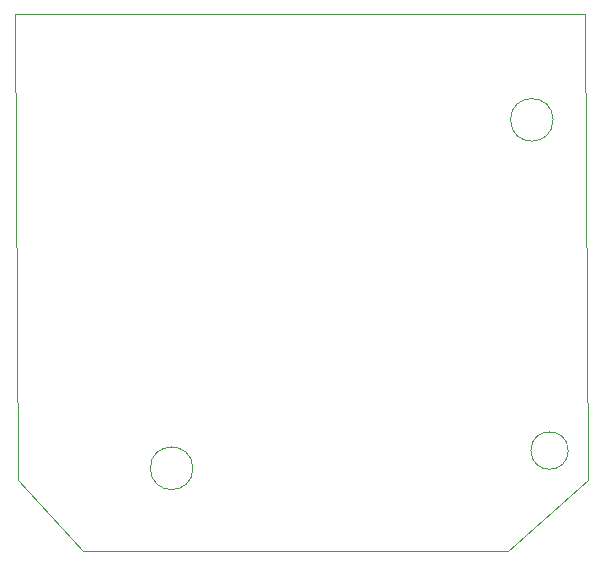
<source format=gbr>
%TF.GenerationSoftware,KiCad,Pcbnew,8.0.8*%
%TF.CreationDate,2025-03-12T17:16:12-06:00*%
%TF.ProjectId,Final_Project_Space_PCB,46696e61-6c5f-4507-926f-6a6563745f53,rev?*%
%TF.SameCoordinates,Original*%
%TF.FileFunction,Profile,NP*%
%FSLAX46Y46*%
G04 Gerber Fmt 4.6, Leading zero omitted, Abs format (unit mm)*
G04 Created by KiCad (PCBNEW 8.0.8) date 2025-03-12 17:16:12*
%MOMM*%
%LPD*%
G01*
G04 APERTURE LIST*
%TA.AperFunction,Profile*%
%ADD10C,0.100000*%
%TD*%
G04 APERTURE END LIST*
D10*
X114802776Y-107500000D02*
G75*
G02*
X111197224Y-107500000I-1802776J0D01*
G01*
X111197224Y-107500000D02*
G75*
G02*
X114802776Y-107500000I1802776J0D01*
G01*
X148000000Y-69000000D02*
X99740000Y-69000000D01*
X99740000Y-69000000D02*
X100000000Y-108500000D01*
X148260000Y-108500000D02*
X148000000Y-69000000D01*
X141500000Y-114500000D02*
X148260000Y-108500000D01*
X100000000Y-108500000D02*
X105500000Y-114500000D01*
X145302776Y-78000000D02*
G75*
G02*
X141697224Y-78000000I-1802776J0D01*
G01*
X141697224Y-78000000D02*
G75*
G02*
X145302776Y-78000000I1802776J0D01*
G01*
X146581139Y-106000000D02*
G75*
G02*
X143418861Y-106000000I-1581139J0D01*
G01*
X143418861Y-106000000D02*
G75*
G02*
X146581139Y-106000000I1581139J0D01*
G01*
X105500000Y-114500000D02*
X141500000Y-114500000D01*
M02*

</source>
